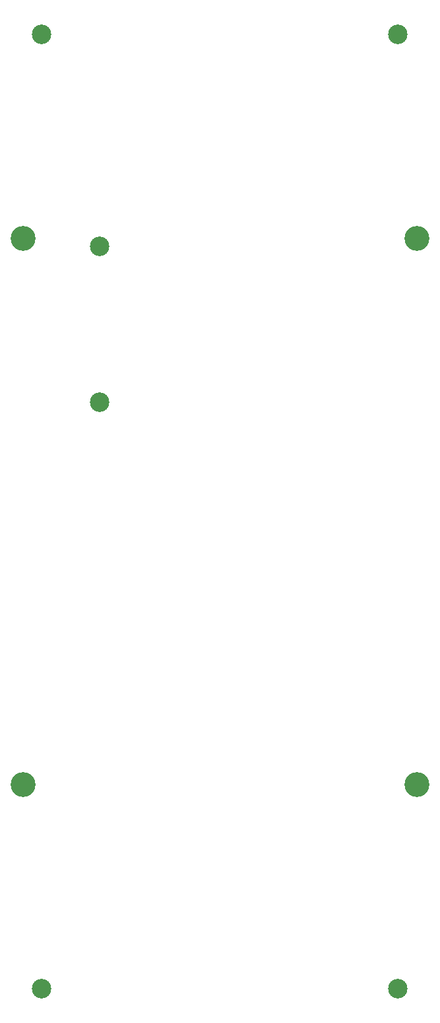
<source format=gbr>
G04 #@! TF.GenerationSoftware,KiCad,Pcbnew,(6.0.5)*
G04 #@! TF.CreationDate,2022-08-16T15:24:45+02:00*
G04 #@! TF.ProjectId,reference_front_panel,72656665-7265-46e6-9365-5f66726f6e74,rev?*
G04 #@! TF.SameCoordinates,Original*
G04 #@! TF.FileFunction,Soldermask,Top*
G04 #@! TF.FilePolarity,Negative*
%FSLAX46Y46*%
G04 Gerber Fmt 4.6, Leading zero omitted, Abs format (unit mm)*
G04 Created by KiCad (PCBNEW (6.0.5)) date 2022-08-16 15:24:45*
%MOMM*%
%LPD*%
G01*
G04 APERTURE LIST*
%ADD10C,2.500000*%
%ADD11C,3.200000*%
G04 APERTURE END LIST*
D10*
G04 #@! TO.C,H107*
X107450000Y-175400000D03*
G04 #@! TD*
D11*
G04 #@! TO.C,H101*
X105030000Y-79200000D03*
G04 #@! TD*
D10*
G04 #@! TO.C,H109*
X153170000Y-53000000D03*
G04 #@! TD*
G04 #@! TO.C,H105*
X114897368Y-80200000D03*
G04 #@! TD*
G04 #@! TO.C,H110*
X153170000Y-175400000D03*
G04 #@! TD*
D11*
G04 #@! TO.C,H103*
X105030000Y-149200000D03*
G04 #@! TD*
G04 #@! TO.C,H104*
X155590000Y-149200000D03*
G04 #@! TD*
G04 #@! TO.C,H102*
X155590000Y-79200000D03*
G04 #@! TD*
D10*
G04 #@! TO.C,H108*
X107450000Y-53000000D03*
G04 #@! TD*
G04 #@! TO.C,H106*
X114897368Y-100200000D03*
G04 #@! TD*
M02*

</source>
